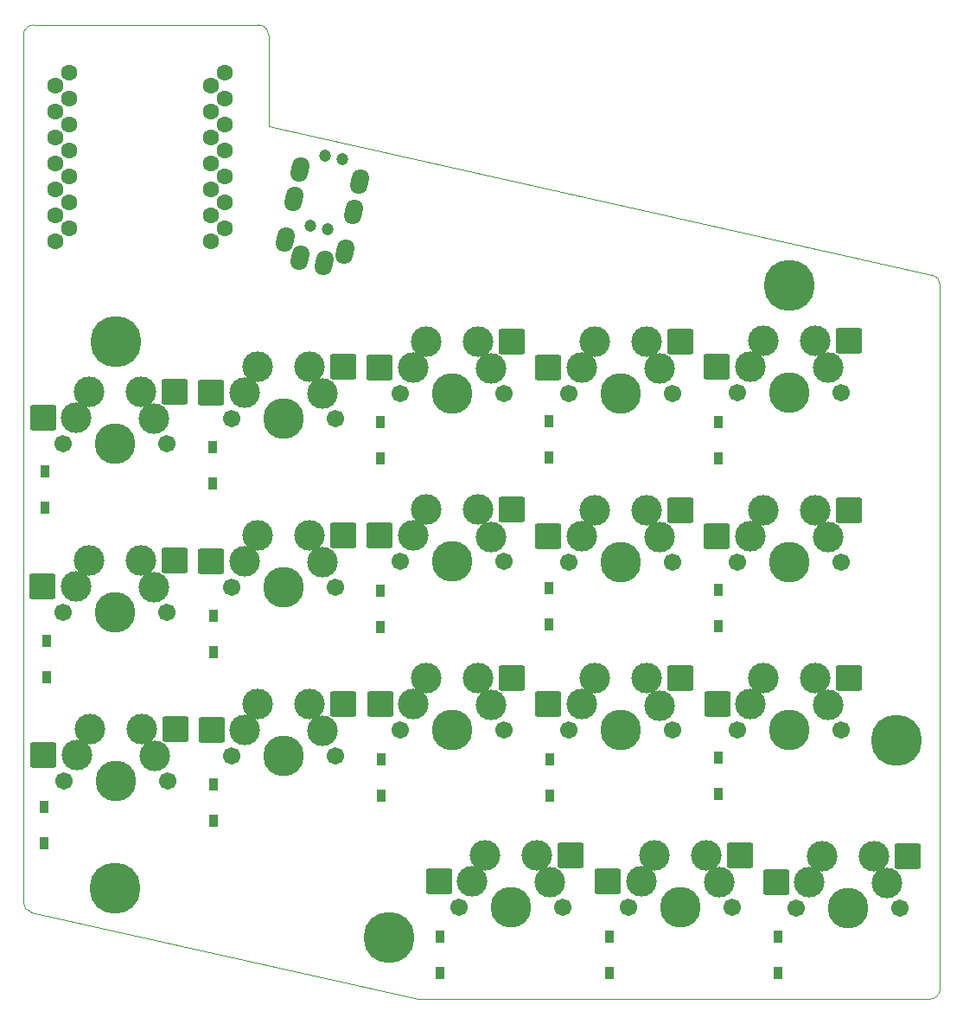
<source format=gbs>
%TF.GenerationSoftware,KiCad,Pcbnew,(6.0.6)*%
%TF.CreationDate,2022-11-27T23:56:07+09:00*%
%TF.ProjectId,split-mini,73706c69-742d-46d6-996e-692e6b696361,rev?*%
%TF.SameCoordinates,Original*%
%TF.FileFunction,Soldermask,Bot*%
%TF.FilePolarity,Negative*%
%FSLAX46Y46*%
G04 Gerber Fmt 4.6, Leading zero omitted, Abs format (unit mm)*
G04 Created by KiCad (PCBNEW (6.0.6)) date 2022-11-27 23:56:07*
%MOMM*%
%LPD*%
G01*
G04 APERTURE LIST*
G04 Aperture macros list*
%AMRoundRect*
0 Rectangle with rounded corners*
0 $1 Rounding radius*
0 $2 $3 $4 $5 $6 $7 $8 $9 X,Y pos of 4 corners*
0 Add a 4 corners polygon primitive as box body*
4,1,4,$2,$3,$4,$5,$6,$7,$8,$9,$2,$3,0*
0 Add four circle primitives for the rounded corners*
1,1,$1+$1,$2,$3*
1,1,$1+$1,$4,$5*
1,1,$1+$1,$6,$7*
1,1,$1+$1,$8,$9*
0 Add four rect primitives between the rounded corners*
20,1,$1+$1,$2,$3,$4,$5,0*
20,1,$1+$1,$4,$5,$6,$7,0*
20,1,$1+$1,$6,$7,$8,$9,0*
20,1,$1+$1,$8,$9,$2,$3,0*%
%AMHorizOval*
0 Thick line with rounded ends*
0 $1 width*
0 $2 $3 position (X,Y) of the first rounded end (center of the circle)*
0 $4 $5 position (X,Y) of the second rounded end (center of the circle)*
0 Add line between two ends*
20,1,$1,$2,$3,$4,$5,0*
0 Add two circle primitives to create the rounded ends*
1,1,$1,$2,$3*
1,1,$1,$4,$5*%
G04 Aperture macros list end*
%TA.AperFunction,Profile*%
%ADD10C,0.100000*%
%TD*%
%ADD11R,0.950000X1.300000*%
%ADD12C,1.701800*%
%ADD13C,3.987800*%
%ADD14C,3.000000*%
%ADD15RoundRect,0.200000X-1.075000X-1.050000X1.075000X-1.050000X1.075000X1.050000X-1.075000X1.050000X0*%
%ADD16C,5.000000*%
%ADD17C,1.200000*%
%ADD18HorizOval,1.700000X-0.083165X-0.391259X0.083165X0.391259X0*%
%ADD19C,1.600000*%
G04 APERTURE END LIST*
D10*
X113700000Y-47980000D02*
X48706692Y-33440758D01*
X114481692Y-117888869D02*
X114481692Y-48955880D01*
X25706692Y-23513892D02*
G75*
G03*
X24706692Y-24513869I8J-1000008D01*
G01*
X113481692Y-118888892D02*
G75*
G03*
X114481692Y-117888869I8J999992D01*
G01*
X114481737Y-48955880D02*
G75*
G03*
X113700000Y-47980000I-1000137J-120D01*
G01*
X63592178Y-118888869D02*
X113481692Y-118888869D01*
X25488384Y-110389626D02*
X63373870Y-118864748D01*
X63373868Y-118864755D02*
G75*
G03*
X63592178Y-118888869I218232J975455D01*
G01*
X24706692Y-24513869D02*
X24706692Y-109413746D01*
X24706653Y-109413746D02*
G75*
G03*
X25488384Y-110389626I1000047J46D01*
G01*
X47706692Y-23513869D02*
X25706692Y-23513869D01*
X48706731Y-24513869D02*
G75*
G03*
X47706692Y-23513869I-1000031J-31D01*
G01*
X48706692Y-24513869D02*
X48706692Y-33440758D01*
D11*
%TO.C,D7*%
X43310000Y-84915000D03*
X43310000Y-81365000D03*
%TD*%
D12*
%TO.C,SW6*%
X28570000Y-81050000D03*
D13*
X33650000Y-81050000D03*
D14*
X37460000Y-78600000D03*
X36190000Y-75970000D03*
X29840000Y-78510000D03*
D12*
X38730000Y-81050000D03*
D14*
X31110000Y-75970000D03*
D15*
X26565000Y-78510000D03*
X39492000Y-75970000D03*
%TD*%
D14*
%TO.C,SW11*%
X29910000Y-94960000D03*
X37530000Y-95050000D03*
D12*
X38800000Y-97500000D03*
D14*
X31180000Y-92420000D03*
X36260000Y-92420000D03*
D13*
X33720000Y-97500000D03*
D12*
X28640000Y-97500000D03*
D15*
X26635000Y-94960000D03*
X39562000Y-92420000D03*
%TD*%
D11*
%TO.C,D6*%
X26960000Y-87355000D03*
X26960000Y-83805000D03*
%TD*%
D12*
%TO.C,SW9*%
X88290000Y-76090000D03*
D14*
X87020000Y-73640000D03*
D13*
X83210000Y-76090000D03*
D14*
X85750000Y-71010000D03*
D12*
X78130000Y-76090000D03*
D14*
X80670000Y-71010000D03*
X79400000Y-73550000D03*
D15*
X76125000Y-73550000D03*
X89052000Y-71010000D03*
%TD*%
D13*
%TO.C,SW3*%
X66650000Y-59590000D03*
D12*
X61570000Y-59590000D03*
X71730000Y-59590000D03*
D14*
X64110000Y-54510000D03*
X69190000Y-54510000D03*
X70460000Y-57140000D03*
X62840000Y-57050000D03*
D15*
X59565000Y-57050000D03*
X72492000Y-54510000D03*
%TD*%
D11*
%TO.C,D9*%
X76210000Y-82235000D03*
X76210000Y-78685000D03*
%TD*%
%TO.C,D16*%
X65500000Y-116305000D03*
X65500000Y-112755000D03*
%TD*%
%TO.C,D11*%
X26730000Y-103605000D03*
X26730000Y-100055000D03*
%TD*%
%TO.C,D14*%
X76270000Y-99005000D03*
X76270000Y-95455000D03*
%TD*%
%TO.C,D17*%
X82080000Y-116315000D03*
X82080000Y-112765000D03*
%TD*%
D12*
%TO.C,SW5*%
X104780000Y-59520000D03*
D14*
X95890000Y-56980000D03*
D12*
X94620000Y-59520000D03*
D13*
X99700000Y-59520000D03*
D14*
X103510000Y-57070000D03*
X97160000Y-54440000D03*
X102240000Y-54440000D03*
D15*
X92615000Y-56980000D03*
X105542000Y-54440000D03*
%TD*%
D16*
%TO.C,HOLE3*%
X99710000Y-49060000D03*
%TD*%
D14*
%TO.C,SW15*%
X97190000Y-87490000D03*
X102270000Y-87490000D03*
D12*
X104810000Y-92570000D03*
D14*
X103540000Y-90120000D03*
D13*
X99730000Y-92570000D03*
D12*
X94650000Y-92570000D03*
D14*
X95920000Y-90030000D03*
D15*
X92645000Y-90030000D03*
X105572000Y-87490000D03*
%TD*%
D11*
%TO.C,D13*%
X59720000Y-98945000D03*
X59720000Y-95395000D03*
%TD*%
D14*
%TO.C,SW7*%
X47650000Y-73470000D03*
D12*
X55270000Y-78550000D03*
D13*
X50190000Y-78550000D03*
D14*
X46380000Y-76010000D03*
X52730000Y-73470000D03*
D12*
X45110000Y-78550000D03*
D14*
X54000000Y-76100000D03*
D15*
X43105000Y-76010000D03*
X56032000Y-73470000D03*
%TD*%
D11*
%TO.C,D1*%
X26770000Y-70785000D03*
X26770000Y-67235000D03*
%TD*%
D16*
%TO.C,HOLE5*%
X60480000Y-112870000D03*
%TD*%
D12*
%TO.C,SW16*%
X67390000Y-109870000D03*
D13*
X72470000Y-109870000D03*
D14*
X68660000Y-107330000D03*
X69930000Y-104790000D03*
D12*
X77550000Y-109870000D03*
D14*
X75010000Y-104790000D03*
X76280000Y-107420000D03*
D15*
X65385000Y-107330000D03*
X78312000Y-104790000D03*
%TD*%
D11*
%TO.C,D18*%
X98580000Y-116335000D03*
X98580000Y-112785000D03*
%TD*%
D16*
%TO.C,HOLE4*%
X33690000Y-108030000D03*
%TD*%
D11*
%TO.C,D4*%
X76180000Y-65845000D03*
X76180000Y-62295000D03*
%TD*%
%TO.C,D10*%
X92770000Y-82415000D03*
X92770000Y-78865000D03*
%TD*%
D14*
%TO.C,SW18*%
X102950000Y-104860000D03*
D13*
X105490000Y-109940000D03*
D12*
X110570000Y-109940000D03*
D14*
X109300000Y-107490000D03*
X108030000Y-104860000D03*
X101680000Y-107400000D03*
D12*
X100410000Y-109940000D03*
D15*
X98405000Y-107400000D03*
X111332000Y-104860000D03*
%TD*%
D17*
%TO.C,J1*%
X55951032Y-36700521D03*
X54495651Y-43547555D03*
X54239274Y-36336676D03*
X52783892Y-43183709D03*
D18*
X54151894Y-46848211D03*
X51755432Y-46338827D03*
X57630901Y-38897802D03*
X51810923Y-37660727D03*
X57007166Y-41832244D03*
X51187188Y-40595170D03*
X56175520Y-45744835D03*
X50355541Y-44507760D03*
%TD*%
D11*
%TO.C,D3*%
X59690000Y-65935000D03*
X59690000Y-62385000D03*
%TD*%
D14*
%TO.C,SW8*%
X69220000Y-70990000D03*
D12*
X71760000Y-76070000D03*
D14*
X64140000Y-70990000D03*
X62870000Y-73530000D03*
X70490000Y-73620000D03*
D12*
X61600000Y-76070000D03*
D13*
X66680000Y-76070000D03*
D15*
X59595000Y-73530000D03*
X72522000Y-70990000D03*
%TD*%
D16*
%TO.C,HOLE2*%
X110200000Y-93560000D03*
%TD*%
D14*
%TO.C,SW17*%
X86500000Y-104820000D03*
X92850000Y-107450000D03*
D13*
X89040000Y-109900000D03*
D14*
X85230000Y-107360000D03*
D12*
X83960000Y-109900000D03*
X94120000Y-109900000D03*
D14*
X91580000Y-104820000D03*
D15*
X81955000Y-107360000D03*
X94882000Y-104820000D03*
%TD*%
D19*
%TO.C,U1*%
X27792500Y-29454000D03*
X44425000Y-28155000D03*
X44425000Y-30695000D03*
X27792500Y-31994000D03*
X44425000Y-33235000D03*
X27792500Y-34534000D03*
X27792500Y-37074000D03*
X44425000Y-35775000D03*
X44425000Y-38315000D03*
X27792500Y-39614000D03*
X44425000Y-40855000D03*
X27792500Y-42154000D03*
X44425000Y-43395000D03*
X27792500Y-44694000D03*
X43027500Y-44694000D03*
X29190000Y-43395000D03*
X43027500Y-42154000D03*
X29190000Y-40855000D03*
X29190000Y-38315000D03*
X43027500Y-39614000D03*
X43027500Y-37074000D03*
X29190000Y-35775000D03*
X43027500Y-34534000D03*
X29190000Y-33235000D03*
X29190000Y-30695000D03*
X43027500Y-31994000D03*
X43027500Y-29454000D03*
X29190000Y-28155000D03*
%TD*%
D14*
%TO.C,SW10*%
X95900000Y-73540000D03*
D12*
X104790000Y-76080000D03*
D14*
X102250000Y-71000000D03*
D12*
X94630000Y-76080000D03*
D13*
X99710000Y-76080000D03*
D14*
X103520000Y-73630000D03*
X97170000Y-71000000D03*
D15*
X92625000Y-73540000D03*
X105552000Y-71000000D03*
%TD*%
D11*
%TO.C,D15*%
X92770000Y-98795000D03*
X92770000Y-95245000D03*
%TD*%
D14*
%TO.C,SW2*%
X46370000Y-59500000D03*
X52720000Y-56960000D03*
D12*
X55260000Y-62040000D03*
D13*
X50180000Y-62040000D03*
D12*
X45100000Y-62040000D03*
D14*
X47640000Y-56960000D03*
X53990000Y-59590000D03*
D15*
X43095000Y-59500000D03*
X56022000Y-56960000D03*
%TD*%
D13*
%TO.C,SW13*%
X66730000Y-92570000D03*
D14*
X70540000Y-90120000D03*
X62920000Y-90030000D03*
D12*
X71810000Y-92570000D03*
D14*
X64190000Y-87490000D03*
X69270000Y-87490000D03*
D12*
X61650000Y-92570000D03*
D15*
X59645000Y-90030000D03*
X72572000Y-87490000D03*
%TD*%
D16*
%TO.C,HOLE1*%
X33730000Y-54530000D03*
%TD*%
D14*
%TO.C,SW12*%
X52750000Y-89970000D03*
X54020000Y-92600000D03*
D12*
X45130000Y-95050000D03*
X55290000Y-95050000D03*
D13*
X50210000Y-95050000D03*
D14*
X47670000Y-89970000D03*
X46400000Y-92510000D03*
D15*
X43125000Y-92510000D03*
X56052000Y-89970000D03*
%TD*%
D14*
%TO.C,SW14*%
X85750000Y-87500000D03*
D12*
X88290000Y-92580000D03*
D14*
X80670000Y-87500000D03*
D12*
X78130000Y-92580000D03*
D14*
X79400000Y-90040000D03*
D13*
X83210000Y-92580000D03*
D14*
X87020000Y-90130000D03*
D15*
X76125000Y-90040000D03*
X89052000Y-87500000D03*
%TD*%
D14*
%TO.C,SW1*%
X36250000Y-59470000D03*
X37520000Y-62100000D03*
D13*
X33710000Y-64550000D03*
D12*
X28630000Y-64550000D03*
D14*
X31170000Y-59470000D03*
X29900000Y-62010000D03*
D12*
X38790000Y-64550000D03*
D15*
X26625000Y-62010000D03*
X39552000Y-59470000D03*
%TD*%
D11*
%TO.C,D5*%
X92730000Y-65925000D03*
X92730000Y-62375000D03*
%TD*%
%TO.C,D8*%
X59700000Y-82475000D03*
X59700000Y-78925000D03*
%TD*%
D14*
%TO.C,SW4*%
X87020000Y-57130000D03*
X80670000Y-54500000D03*
D12*
X78130000Y-59580000D03*
D14*
X79400000Y-57040000D03*
D13*
X83210000Y-59580000D03*
D14*
X85750000Y-54500000D03*
D12*
X88290000Y-59580000D03*
D15*
X76125000Y-57040000D03*
X89052000Y-54500000D03*
%TD*%
D11*
%TO.C,D2*%
X43240000Y-68415000D03*
X43240000Y-64865000D03*
%TD*%
%TO.C,D12*%
X43310000Y-101435000D03*
X43310000Y-97885000D03*
%TD*%
M02*

</source>
